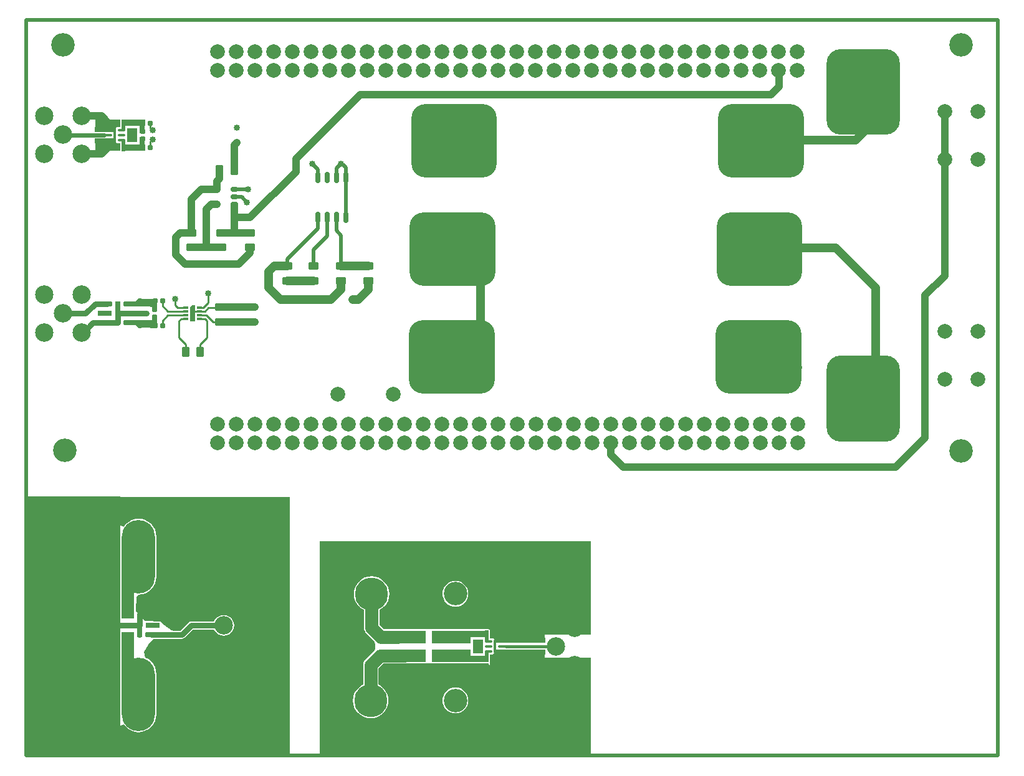
<source format=gtl>
G04*
G04 #@! TF.GenerationSoftware,Altium Limited,Altium Designer,19.0.10 (269)*
G04*
G04 Layer_Physical_Order=1*
G04 Layer_Color=255*
%FSLAX44Y44*%
%MOMM*%
G71*
G01*
G75*
%ADD10C,0.2540*%
%ADD14C,0.5080*%
G04:AMPARAMS|DCode=16|XSize=0.6mm|YSize=1mm|CornerRadius=0.15mm|HoleSize=0mm|Usage=FLASHONLY|Rotation=270.000|XOffset=0mm|YOffset=0mm|HoleType=Round|Shape=RoundedRectangle|*
%AMROUNDEDRECTD16*
21,1,0.6000,0.7000,0,0,270.0*
21,1,0.3000,1.0000,0,0,270.0*
1,1,0.3000,-0.3500,-0.1500*
1,1,0.3000,-0.3500,0.1500*
1,1,0.3000,0.3500,0.1500*
1,1,0.3000,0.3500,-0.1500*
%
%ADD16ROUNDEDRECTD16*%
G04:AMPARAMS|DCode=17|XSize=1.1mm|YSize=1.35mm|CornerRadius=0.1375mm|HoleSize=0mm|Usage=FLASHONLY|Rotation=90.000|XOffset=0mm|YOffset=0mm|HoleType=Round|Shape=RoundedRectangle|*
%AMROUNDEDRECTD17*
21,1,1.1000,1.0750,0,0,90.0*
21,1,0.8250,1.3500,0,0,90.0*
1,1,0.2750,0.5375,0.4125*
1,1,0.2750,0.5375,-0.4125*
1,1,0.2750,-0.5375,-0.4125*
1,1,0.2750,-0.5375,0.4125*
%
%ADD17ROUNDEDRECTD17*%
G04:AMPARAMS|DCode=18|XSize=0.6mm|YSize=1.45mm|CornerRadius=0.15mm|HoleSize=0mm|Usage=FLASHONLY|Rotation=180.000|XOffset=0mm|YOffset=0mm|HoleType=Round|Shape=RoundedRectangle|*
%AMROUNDEDRECTD18*
21,1,0.6000,1.1500,0,0,180.0*
21,1,0.3000,1.4500,0,0,180.0*
1,1,0.3000,-0.1500,0.5750*
1,1,0.3000,0.1500,0.5750*
1,1,0.3000,0.1500,-0.5750*
1,1,0.3000,-0.1500,-0.5750*
%
%ADD18ROUNDEDRECTD18*%
G04:AMPARAMS|DCode=19|XSize=0.76mm|YSize=1.65mm|CornerRadius=0.19mm|HoleSize=0mm|Usage=FLASHONLY|Rotation=90.000|XOffset=0mm|YOffset=0mm|HoleType=Round|Shape=RoundedRectangle|*
%AMROUNDEDRECTD19*
21,1,0.7600,1.2700,0,0,90.0*
21,1,0.3800,1.6500,0,0,90.0*
1,1,0.3800,0.6350,0.1900*
1,1,0.3800,0.6350,-0.1900*
1,1,0.3800,-0.6350,-0.1900*
1,1,0.3800,-0.6350,0.1900*
%
%ADD19ROUNDEDRECTD19*%
G04:AMPARAMS|DCode=20|XSize=0.36mm|YSize=1mm|CornerRadius=0.09mm|HoleSize=0mm|Usage=FLASHONLY|Rotation=270.000|XOffset=0mm|YOffset=0mm|HoleType=Round|Shape=RoundedRectangle|*
%AMROUNDEDRECTD20*
21,1,0.3600,0.8200,0,0,270.0*
21,1,0.1800,1.0000,0,0,270.0*
1,1,0.1800,-0.4100,-0.0900*
1,1,0.1800,-0.4100,0.0900*
1,1,0.1800,0.4100,0.0900*
1,1,0.1800,0.4100,-0.0900*
%
%ADD20ROUNDEDRECTD20*%
G04:AMPARAMS|DCode=21|XSize=1.1mm|YSize=1.35mm|CornerRadius=0.1375mm|HoleSize=0mm|Usage=FLASHONLY|Rotation=0.000|XOffset=0mm|YOffset=0mm|HoleType=Round|Shape=RoundedRectangle|*
%AMROUNDEDRECTD21*
21,1,1.1000,1.0750,0,0,0.0*
21,1,0.8250,1.3500,0,0,0.0*
1,1,0.2750,0.4125,-0.5375*
1,1,0.2750,-0.4125,-0.5375*
1,1,0.2750,-0.4125,0.5375*
1,1,0.2750,0.4125,0.5375*
%
%ADD21ROUNDEDRECTD21*%
G04:AMPARAMS|DCode=22|XSize=0.6mm|YSize=0.6mm|CornerRadius=0.075mm|HoleSize=0mm|Usage=FLASHONLY|Rotation=90.000|XOffset=0mm|YOffset=0mm|HoleType=Round|Shape=RoundedRectangle|*
%AMROUNDEDRECTD22*
21,1,0.6000,0.4500,0,0,90.0*
21,1,0.4500,0.6000,0,0,90.0*
1,1,0.1500,0.2250,0.2250*
1,1,0.1500,0.2250,-0.2250*
1,1,0.1500,-0.2250,-0.2250*
1,1,0.1500,-0.2250,0.2250*
%
%ADD22ROUNDEDRECTD22*%
G04:AMPARAMS|DCode=23|XSize=0.6mm|YSize=0.6mm|CornerRadius=0.075mm|HoleSize=0mm|Usage=FLASHONLY|Rotation=180.000|XOffset=0mm|YOffset=0mm|HoleType=Round|Shape=RoundedRectangle|*
%AMROUNDEDRECTD23*
21,1,0.6000,0.4500,0,0,180.0*
21,1,0.4500,0.6000,0,0,180.0*
1,1,0.1500,-0.2250,0.2250*
1,1,0.1500,0.2250,0.2250*
1,1,0.1500,0.2250,-0.2250*
1,1,0.1500,-0.2250,-0.2250*
%
%ADD23ROUNDEDRECTD23*%
G04:AMPARAMS|DCode=24|XSize=2mm|YSize=0.6mm|CornerRadius=0.225mm|HoleSize=0mm|Usage=FLASHONLY|Rotation=270.000|XOffset=0mm|YOffset=0mm|HoleType=Round|Shape=RoundedRectangle|*
%AMROUNDEDRECTD24*
21,1,2.0000,0.1500,0,0,270.0*
21,1,1.5500,0.6000,0,0,270.0*
1,1,0.4500,-0.0750,-0.7750*
1,1,0.4500,-0.0750,0.7750*
1,1,0.4500,0.0750,0.7750*
1,1,0.4500,0.0750,-0.7750*
%
%ADD24ROUNDEDRECTD24*%
G04:AMPARAMS|DCode=25|XSize=0.75mm|YSize=0.3mm|CornerRadius=0.075mm|HoleSize=0mm|Usage=FLASHONLY|Rotation=180.000|XOffset=0mm|YOffset=0mm|HoleType=Round|Shape=RoundedRectangle|*
%AMROUNDEDRECTD25*
21,1,0.7500,0.1500,0,0,180.0*
21,1,0.6000,0.3000,0,0,180.0*
1,1,0.1500,-0.3000,0.0750*
1,1,0.1500,0.3000,0.0750*
1,1,0.1500,0.3000,-0.0750*
1,1,0.1500,-0.3000,-0.0750*
%
%ADD25ROUNDEDRECTD25*%
%ADD26O,4.5000X10.0000*%
%ADD27C,3.2000*%
%ADD28C,2.5000*%
%ADD29C,2.0000*%
G04:AMPARAMS|DCode=30|XSize=8mm|YSize=10mm|CornerRadius=2mm|HoleSize=0mm|Usage=FLASHONLY|Rotation=180.000|XOffset=0mm|YOffset=0mm|HoleType=Round|Shape=RoundedRectangle|*
%AMROUNDEDRECTD30*
21,1,8.0000,6.0000,0,0,180.0*
21,1,4.0000,10.0000,0,0,180.0*
1,1,4.0000,-2.0000,3.0000*
1,1,4.0000,2.0000,3.0000*
1,1,4.0000,2.0000,-3.0000*
1,1,4.0000,-2.0000,-3.0000*
%
%ADD30ROUNDEDRECTD30*%
G04:AMPARAMS|DCode=31|XSize=8mm|YSize=10mm|CornerRadius=2mm|HoleSize=0mm|Usage=FLASHONLY|Rotation=90.000|XOffset=0mm|YOffset=0mm|HoleType=Round|Shape=RoundedRectangle|*
%AMROUNDEDRECTD31*
21,1,8.0000,6.0000,0,0,90.0*
21,1,4.0000,10.0000,0,0,90.0*
1,1,4.0000,3.0000,2.0000*
1,1,4.0000,3.0000,-2.0000*
1,1,4.0000,-3.0000,-2.0000*
1,1,4.0000,-3.0000,2.0000*
%
%ADD31ROUNDEDRECTD31*%
%ADD32C,4.5000*%
%ADD33C,0.8000*%
%ADD34C,0.7000*%
%ADD35C,0.8500*%
%ADD36C,1.0160*%
%ADD37C,0.7620*%
%ADD38C,1.1430*%
%ADD39C,1.0998*%
%ADD40C,1.7780*%
%ADD41C,0.4572*%
%ADD42C,0.6110*%
%ADD43C,0.3600*%
%ADD44R,12.8000X35.2000*%
%ADD45R,1.6560X6.4540*%
%ADD46R,1.6510X5.8550*%
%ADD47R,0.8000X1.8000*%
%ADD48R,1.9000X1.1000*%
%ADD49R,1.9500X0.7400*%
%ADD50R,0.7700X3.3100*%
%ADD51R,0.7500X1.9680*%
%ADD52R,0.5080X1.5000*%
%ADD53R,0.5080X1.5450*%
%ADD54R,0.3048X1.6764*%
%ADD55R,2.9056X0.6560*%
%ADD56R,2.9056X0.6350*%
%ADD57R,3.4796X1.0644*%
%ADD58R,3.4796X1.0692*%
%ADD59R,1.4224X1.9050*%
%ADD60R,3.1006X0.9120*%
%ADD61R,3.1768X0.9120*%
%ADD62R,1.9812X0.9374*%
%ADD63R,1.7526X1.1430*%
%ADD64R,3.6322X0.9120*%
%ADD65R,13.7296X12.7516*%
%ADD66R,13.7296X13.0176*%
%ADD67R,7.5296X1.2692*%
%ADD68R,7.5296X1.0644*%
%ADD69R,6.9556X0.6350*%
%ADD70R,0.5080X1.4990*%
%ADD71R,3.8100X1.7780*%
G36*
X156500Y-386500D02*
X153500Y-389500D01*
X144500D01*
X147420Y-382106D01*
X148894D01*
X152500Y-378500D01*
X156500D01*
Y-386500D01*
D02*
G37*
G36*
X229500Y-388000D02*
X229500Y-409000D01*
X229000Y-409500D01*
X223000Y-409500D01*
X222500Y-409000D01*
X222500Y-390000D01*
X225000Y-387500D01*
X229000D01*
X229500Y-388000D01*
D02*
G37*
G36*
X156500Y-410500D02*
Y-418500D01*
X152500D01*
X148894Y-414894D01*
X147420D01*
X144500Y-407500D01*
X153500D01*
X156500Y-410500D01*
D02*
G37*
G36*
X668376Y-708440D02*
Y-828152D01*
X629704D01*
X628892Y-828489D01*
X628080Y-828152D01*
X553761D01*
X550526Y-828152D01*
X546620D01*
X542810D01*
X539479Y-828152D01*
X504710D01*
X504628Y-828186D01*
X486161D01*
X479630Y-821655D01*
Y-801858D01*
X482548Y-800298D01*
X486203Y-797299D01*
X489202Y-793644D01*
X491430Y-789475D01*
X492803Y-784951D01*
X493266Y-780246D01*
X492803Y-775541D01*
X491430Y-771017D01*
X489202Y-766848D01*
X486203Y-763193D01*
X482548Y-760194D01*
X478379Y-757966D01*
X473855Y-756593D01*
X469150Y-756130D01*
X464445Y-756593D01*
X459921Y-757966D01*
X455752Y-760194D01*
X452097Y-763193D01*
X449098Y-766848D01*
X446870Y-771017D01*
X445497Y-775541D01*
X445034Y-780246D01*
X445497Y-784951D01*
X446870Y-789475D01*
X449098Y-793644D01*
X452097Y-797299D01*
X455752Y-800298D01*
X458670Y-801858D01*
Y-825996D01*
X459027Y-828708D01*
X459461Y-829755D01*
X460074Y-831236D01*
X461740Y-833406D01*
X473402Y-845069D01*
X473522Y-845374D01*
X474259Y-848816D01*
X473904Y-855267D01*
X473410Y-856656D01*
X473410Y-856656D01*
X460740Y-869326D01*
X459074Y-871496D01*
X458027Y-874024D01*
X457670Y-876736D01*
Y-903270D01*
X454482Y-904974D01*
X450827Y-907973D01*
X447828Y-911628D01*
X445600Y-915797D01*
X444227Y-920321D01*
X443764Y-925026D01*
X444227Y-929731D01*
X445600Y-934255D01*
X447828Y-938424D01*
X450827Y-942079D01*
X454482Y-945078D01*
X458651Y-947306D01*
X463175Y-948679D01*
X467880Y-949142D01*
X472585Y-948679D01*
X477109Y-947306D01*
X481278Y-945078D01*
X484933Y-942079D01*
X487932Y-938424D01*
X490160Y-934255D01*
X491533Y-929731D01*
X491996Y-925026D01*
X491533Y-920321D01*
X490160Y-915797D01*
X487932Y-911628D01*
X484933Y-907973D01*
X481278Y-904974D01*
X478630Y-903559D01*
Y-881077D01*
X485161Y-874546D01*
X504628D01*
X504710Y-874580D01*
X539479D01*
X542714Y-874580D01*
X546620D01*
X550430D01*
X553761Y-874580D01*
X588530D01*
X588588Y-874556D01*
X622942D01*
X623000Y-874580D01*
X628080D01*
Y-874956D01*
X628555Y-876104D01*
X629704Y-876580D01*
X660376D01*
Y-997132D01*
X398814D01*
Y-864366D01*
Y-708440D01*
X658376Y-708440D01*
X668376Y-708440D01*
D02*
G37*
G36*
X358000Y-997451D02*
X111500D01*
Y-965765D01*
X113827Y-964367D01*
X132558Y-957274D01*
X135557Y-960929D01*
X139212Y-963928D01*
X143381Y-966156D01*
X147905Y-967529D01*
X152610Y-967992D01*
X157315Y-967529D01*
X161839Y-966156D01*
X166008Y-963928D01*
X169663Y-960929D01*
X172662Y-957274D01*
X174890Y-953105D01*
X176263Y-948581D01*
X176726Y-943876D01*
Y-888876D01*
X176263Y-884171D01*
X174890Y-879647D01*
X172662Y-875478D01*
X169663Y-871823D01*
X166008Y-868824D01*
X161839Y-866596D01*
X159941Y-859374D01*
X165452Y-849352D01*
X172743Y-841070D01*
X179119D01*
Y-841070D01*
X184054D01*
X190796D01*
X201003D01*
X211270Y-841070D01*
X211270Y-841070D01*
X213342Y-840658D01*
X215098Y-839484D01*
X218090Y-836493D01*
X225953Y-828630D01*
X229066Y-828370D01*
X236082Y-828370D01*
X250436D01*
X254116D01*
X255892Y-829924D01*
X258241Y-832941D01*
X258241Y-832941D01*
X261166Y-835185D01*
X261166Y-835185D01*
X261166Y-835185D01*
X264571Y-836596D01*
X268226Y-837077D01*
X271881Y-836596D01*
X271881Y-836596D01*
X275286Y-835185D01*
X275286D01*
X278211Y-832941D01*
X278211Y-832941D01*
X280455Y-830016D01*
Y-830016D01*
X281866Y-826611D01*
X281866Y-826611D01*
X282347Y-822956D01*
X281866Y-819301D01*
X281866Y-819301D01*
X280455Y-815896D01*
Y-815896D01*
X278211Y-812971D01*
X278211D01*
X275286Y-810727D01*
X275286D01*
X271881Y-809316D01*
X271881Y-809316D01*
X268226Y-808835D01*
X264571Y-809316D01*
X261166Y-810727D01*
X261166Y-810727D01*
X261166Y-810727D01*
X258241Y-812971D01*
X258241Y-812971D01*
X255923Y-815961D01*
X254116Y-817542D01*
X249935D01*
X235084D01*
X227327D01*
X223970Y-817542D01*
X221898Y-817954D01*
X220142Y-819128D01*
X217150Y-822119D01*
X209287Y-829982D01*
X206174Y-830242D01*
X201571D01*
X196865Y-829303D01*
X188177Y-822902D01*
X182618Y-818008D01*
X181470Y-817532D01*
X180600D01*
X166138Y-816743D01*
X161172Y-816460D01*
X160907Y-816434D01*
X149285Y-802953D01*
X149679Y-783789D01*
X152610Y-781132D01*
X157315Y-780669D01*
X161839Y-779296D01*
X166008Y-777068D01*
X169663Y-774069D01*
X172662Y-770414D01*
X174890Y-766245D01*
X176263Y-761721D01*
X176726Y-757016D01*
Y-702016D01*
X176263Y-697311D01*
X174890Y-692787D01*
X172662Y-688618D01*
X169663Y-684963D01*
X166008Y-681964D01*
X161839Y-679736D01*
X157315Y-678363D01*
X152610Y-677900D01*
X147905Y-678363D01*
X143381Y-679736D01*
X139212Y-681964D01*
X135557Y-684963D01*
X132558Y-688618D01*
X113827Y-681525D01*
X111500Y-680127D01*
Y-648000D01*
X358000Y-648000D01*
Y-997451D01*
D02*
G37*
%LPC*%
G36*
X582999Y-762372D02*
X579569Y-762710D01*
X576270Y-763711D01*
X573230Y-765336D01*
X570565Y-767523D01*
X568378Y-770187D01*
X566753Y-773227D01*
X565752Y-776526D01*
X565415Y-779957D01*
X565752Y-783387D01*
X566753Y-786686D01*
X568378Y-789726D01*
X570565Y-792391D01*
X573230Y-794578D01*
X576270Y-796203D01*
X579569Y-797204D01*
X582999Y-797542D01*
X586430Y-797204D01*
X589729Y-796203D01*
X592769Y-794578D01*
X595433Y-792391D01*
X597620Y-789726D01*
X599245Y-786686D01*
X600246Y-783387D01*
X600584Y-779957D01*
X600246Y-776526D01*
X599245Y-773227D01*
X597620Y-770187D01*
X595433Y-767523D01*
X592769Y-765336D01*
X589729Y-763711D01*
X586430Y-762710D01*
X582999Y-762372D01*
D02*
G37*
G36*
X583000Y-907371D02*
X579569Y-907709D01*
X576271Y-908710D01*
X573231Y-910335D01*
X570566Y-912522D01*
X568379Y-915186D01*
X566754Y-918227D01*
X565753Y-921525D01*
X565415Y-924956D01*
X565753Y-928387D01*
X566754Y-931685D01*
X568379Y-934725D01*
X570566Y-937390D01*
X573231Y-939577D01*
X576271Y-941202D01*
X579569Y-942203D01*
X583000Y-942541D01*
X586431Y-942203D01*
X589729Y-941202D01*
X592770Y-939577D01*
X595434Y-937390D01*
X597621Y-934725D01*
X599246Y-931685D01*
X600247Y-928387D01*
X600585Y-924956D01*
X600247Y-921525D01*
X599246Y-918227D01*
X597621Y-915186D01*
X595434Y-912522D01*
X592770Y-910335D01*
X589729Y-908710D01*
X586431Y-907709D01*
X583000Y-907371D01*
D02*
G37*
%LPD*%
D10*
X247060Y-384540D02*
Y-371200D01*
X240600Y-391000D02*
X247060Y-384540D01*
X235500Y-391000D02*
X240600D01*
X140500Y-385800D02*
X142300Y-384000D01*
X169100D01*
X105500Y-156410D02*
X105590Y-156500D01*
X111500D01*
X202000Y-387500D02*
X205500Y-391000D01*
X202000Y-387500D02*
Y-379000D01*
X171000Y-150000D02*
X172000D01*
X167995Y-165505D02*
X171000Y-162500D01*
X167995Y-172500D02*
Y-165505D01*
Y-146995D02*
Y-140000D01*
Y-146995D02*
X171000Y-150000D01*
X184995Y-415500D02*
Y-408505D01*
X192500Y-401000D01*
X192499Y-395999D02*
X218501D01*
X185000Y-388500D02*
X192499Y-395999D01*
X192500Y-401000D02*
X216500D01*
X185000Y-388500D02*
Y-381500D01*
X205500Y-391000D02*
X216500D01*
X263001Y-390999D02*
X263500Y-390500D01*
X247501Y-390999D02*
X263001D01*
X225999Y-398501D02*
X228500Y-396000D01*
X235500D01*
X254000Y-410500D02*
X263500D01*
X244499Y-400999D02*
X254000Y-410500D01*
X237501Y-395999D02*
X242501D01*
X247501Y-390999D01*
X237501Y-400999D02*
X244499D01*
X237501Y-405999D02*
X242501D01*
X245501Y-408999D01*
Y-431999D02*
Y-408999D01*
X207601Y-431999D02*
Y-408999D01*
X210601Y-405999D01*
X215601D01*
X216501Y-450999D02*
Y-440899D01*
X207601Y-431999D02*
X216501Y-440899D01*
X236501Y-450999D02*
Y-440999D01*
X245501Y-431999D01*
X580910Y-841366D02*
X583610Y-838666D01*
X509630D02*
X512330Y-841366D01*
D14*
X390000Y-334500D02*
Y-312550D01*
X408650Y-293900D01*
Y-268250D01*
X167900Y-411200D02*
X169600Y-412900D01*
X140500Y-411200D02*
X167900D01*
X427500Y-196500D02*
X430000D01*
X434050Y-268250D02*
Y-213750D01*
X388500Y-195500D02*
X395950Y-202950D01*
Y-213750D02*
Y-202950D01*
X421350Y-201150D02*
X427500Y-195000D01*
X434050Y-213750D02*
Y-200550D01*
X430000Y-196500D02*
X434050Y-200550D01*
X421350Y-213750D02*
Y-201150D01*
X292500Y-240500D02*
X299500Y-247500D01*
X283000Y-230500D02*
X301500D01*
X421350Y-286350D02*
Y-268250D01*
Y-286350D02*
X427700Y-292700D01*
X354650Y-334500D02*
Y-324850D01*
X395950Y-283550D01*
Y-268250D01*
X427700Y-334500D02*
Y-292700D01*
X283000Y-240500D02*
X292500D01*
X0Y-1000000D02*
X1320000D01*
Y0D01*
X0D02*
X1320000D01*
X0Y-1000000D02*
Y0D01*
D16*
X259000Y-230500D02*
D03*
X283000D02*
D03*
Y-240500D02*
D03*
Y-250500D02*
D03*
X259000D02*
D03*
D17*
X303500Y-289000D02*
D03*
Y-309000D02*
D03*
X265000D02*
D03*
Y-289000D02*
D03*
X354650Y-334500D02*
D03*
Y-354500D02*
D03*
X465000D02*
D03*
Y-334500D02*
D03*
X427700D02*
D03*
Y-354500D02*
D03*
X263500Y-410500D02*
D03*
Y-390500D02*
D03*
X292500Y-410500D02*
D03*
Y-390500D02*
D03*
X224500Y-309000D02*
D03*
Y-289000D02*
D03*
X390000Y-354500D02*
D03*
Y-334500D02*
D03*
X580910Y-861366D02*
D03*
Y-841366D02*
D03*
X512330Y-861366D02*
D03*
Y-841366D02*
D03*
D18*
X434050Y-213750D02*
D03*
X421350D02*
D03*
X408650D02*
D03*
X395950D02*
D03*
X434050Y-268250D02*
D03*
X421350D02*
D03*
X408650D02*
D03*
X395950D02*
D03*
D19*
X108500Y-411200D02*
D03*
Y-385800D02*
D03*
X140500D02*
D03*
Y-411200D02*
D03*
Y-398500D02*
D03*
X138270Y-822956D02*
D03*
Y-810256D02*
D03*
Y-835656D02*
D03*
X170270D02*
D03*
Y-810256D02*
D03*
D20*
X129500Y-156500D02*
D03*
Y-163100D02*
D03*
Y-149900D02*
D03*
X111500D02*
D03*
Y-163100D02*
D03*
Y-156500D02*
D03*
X628000Y-851366D02*
D03*
Y-844766D02*
D03*
Y-857966D02*
D03*
X646000D02*
D03*
Y-844766D02*
D03*
Y-851366D02*
D03*
D21*
X282500Y-203500D02*
D03*
X262500D02*
D03*
X216500Y-451500D02*
D03*
X236500D02*
D03*
X536620Y-837396D02*
D03*
X556620D02*
D03*
X536620Y-865336D02*
D03*
X556620D02*
D03*
D22*
X158000Y-151504D02*
D03*
X158000Y-161499D02*
D03*
X174500Y-403500D02*
D03*
X174500Y-393505D02*
D03*
D23*
X167995Y-173500D02*
D03*
X158000Y-173500D02*
D03*
X167995Y-140000D02*
D03*
X158000Y-140000D02*
D03*
X185000Y-381500D02*
D03*
X175005Y-381500D02*
D03*
X184995Y-415500D02*
D03*
X175000Y-415500D02*
D03*
D24*
X225999Y-398501D02*
D03*
D25*
X216500Y-391000D02*
D03*
Y-396000D02*
D03*
Y-401000D02*
D03*
Y-406000D02*
D03*
X235500D02*
D03*
Y-401000D02*
D03*
Y-396000D02*
D03*
Y-391000D02*
D03*
D26*
X152610Y-729516D02*
D03*
Y-916376D02*
D03*
D27*
X583000Y-924956D02*
D03*
X582999Y-779957D02*
D03*
X1269999Y-34001D02*
D03*
X1270000Y-586001D02*
D03*
X52070Y-584710D02*
D03*
X49999Y-34001D02*
D03*
D28*
X75500Y-373500D02*
D03*
Y-424500D02*
D03*
X24500Y-373500D02*
D03*
Y-424500D02*
D03*
X50000Y-399000D02*
D03*
X75500Y-130500D02*
D03*
Y-181500D02*
D03*
X24500Y-130500D02*
D03*
Y-181500D02*
D03*
X50000Y-156000D02*
D03*
X293726Y-797456D02*
D03*
Y-848456D02*
D03*
X242726Y-797456D02*
D03*
Y-848456D02*
D03*
X268226Y-822956D02*
D03*
X744930Y-825866D02*
D03*
Y-876866D02*
D03*
X693930Y-825866D02*
D03*
Y-876866D02*
D03*
X719430Y-851366D02*
D03*
D29*
X1292500Y-124500D02*
D03*
X1247500D02*
D03*
X1292500Y-189500D02*
D03*
X1247500D02*
D03*
X1292500Y-423500D02*
D03*
X1247500D02*
D03*
X1292500Y-488500D02*
D03*
X1247500D02*
D03*
X498500Y-509000D02*
D03*
X423500D02*
D03*
X539399Y-549300D02*
D03*
X513999D02*
D03*
X564799D02*
D03*
X590199D02*
D03*
X640999D02*
D03*
X615599D02*
D03*
X463199Y-574700D02*
D03*
X488599D02*
D03*
X437799D02*
D03*
X412399D02*
D03*
X336199D02*
D03*
X361599D02*
D03*
X259999D02*
D03*
X285399Y-574700D02*
D03*
X310799Y-574700D02*
D03*
X386999D02*
D03*
X539399D02*
D03*
X513999D02*
D03*
X564799D02*
D03*
X590199D02*
D03*
X640999D02*
D03*
X615599D02*
D03*
X386999Y-549300D02*
D03*
X310799D02*
D03*
X285399Y-549300D02*
D03*
X259999Y-549300D02*
D03*
X361599D02*
D03*
X336199D02*
D03*
X412399D02*
D03*
X437799D02*
D03*
X488599D02*
D03*
X463199D02*
D03*
X539284Y-43300D02*
D03*
X513884D02*
D03*
X564684D02*
D03*
X590084D02*
D03*
X640884D02*
D03*
X615484D02*
D03*
X463084Y-68700D02*
D03*
X488484D02*
D03*
X437684D02*
D03*
X412284D02*
D03*
X336084D02*
D03*
X361484D02*
D03*
X259884D02*
D03*
X285284Y-68700D02*
D03*
X310684Y-68700D02*
D03*
X386884D02*
D03*
X539284D02*
D03*
X513884D02*
D03*
X564684D02*
D03*
X590084D02*
D03*
X640884D02*
D03*
X615484D02*
D03*
X386884Y-43300D02*
D03*
X310684D02*
D03*
X285284Y-43300D02*
D03*
X259884Y-43300D02*
D03*
X361484D02*
D03*
X336084D02*
D03*
X412284D02*
D03*
X437684D02*
D03*
X488484D02*
D03*
X463084D02*
D03*
X945684D02*
D03*
X920284D02*
D03*
X971084D02*
D03*
X996484D02*
D03*
X1047284D02*
D03*
X1021884D02*
D03*
X869484Y-68700D02*
D03*
X894884D02*
D03*
X844084D02*
D03*
X818684D02*
D03*
X742484D02*
D03*
X767884D02*
D03*
X666284D02*
D03*
X691684Y-68700D02*
D03*
X717084Y-68700D02*
D03*
X793284D02*
D03*
X945684D02*
D03*
X920284D02*
D03*
X971084D02*
D03*
X996484D02*
D03*
X1047284D02*
D03*
X1021884D02*
D03*
X793284Y-43300D02*
D03*
X717084D02*
D03*
X691684Y-43300D02*
D03*
X666284Y-43300D02*
D03*
X767884D02*
D03*
X742484D02*
D03*
X818684D02*
D03*
X844084D02*
D03*
X894884D02*
D03*
X869484D02*
D03*
X946149Y-549300D02*
D03*
X920749D02*
D03*
X971549D02*
D03*
X996949D02*
D03*
X1047749D02*
D03*
X1022349D02*
D03*
X869949Y-574700D02*
D03*
X895349D02*
D03*
X844549D02*
D03*
X819149D02*
D03*
X742949D02*
D03*
X768349D02*
D03*
X666749D02*
D03*
X692149Y-574700D02*
D03*
X717549Y-574700D02*
D03*
X793749D02*
D03*
X946149D02*
D03*
X920749D02*
D03*
X971549D02*
D03*
X996949D02*
D03*
X1047749D02*
D03*
X1022349D02*
D03*
X793749Y-549300D02*
D03*
X717549D02*
D03*
X692149Y-549300D02*
D03*
X666749Y-549300D02*
D03*
X768349D02*
D03*
X742949D02*
D03*
X819149D02*
D03*
X844549D02*
D03*
X895349D02*
D03*
X869949D02*
D03*
D30*
X599500Y-164000D02*
D03*
X562500D02*
D03*
X979500D02*
D03*
X1016500D02*
D03*
X1013500Y-458000D02*
D03*
X976500D02*
D03*
X559500D02*
D03*
X596500D02*
D03*
X560500Y-311000D02*
D03*
X597500D02*
D03*
X1014500D02*
D03*
X977500D02*
D03*
D31*
X1137000Y-533000D02*
D03*
Y-496000D02*
D03*
Y-79000D02*
D03*
Y-116000D02*
D03*
D32*
X469150Y-780246D02*
D03*
X467880Y-925026D02*
D03*
D33*
X71000Y-779000D02*
D03*
X608500Y-904000D02*
D03*
X271000Y-979000D02*
D03*
X671000D02*
D03*
X33500Y-704000D02*
D03*
X221000Y-929000D02*
D03*
X308500Y-904000D02*
D03*
X83500Y-954000D02*
D03*
X733500Y-804000D02*
D03*
X96000Y-979000D02*
D03*
X283500Y-704000D02*
D03*
X433500Y-854000D02*
D03*
X521000Y-979000D02*
D03*
X71000Y-729000D02*
D03*
X296000Y-779000D02*
D03*
X333500Y-904000D02*
D03*
X683500Y-754000D02*
D03*
X433500Y-904000D02*
D03*
X333500Y-854000D02*
D03*
X633500Y-804000D02*
D03*
X121000Y-679000D02*
D03*
X258500Y-954000D02*
D03*
X721000Y-979000D02*
D03*
X33500Y-754000D02*
D03*
X408500Y-904000D02*
D03*
X71000Y-929000D02*
D03*
X171000Y-779000D02*
D03*
X346000Y-929000D02*
D03*
X433500Y-804000D02*
D03*
X96000Y-929000D02*
D03*
X446000Y-979000D02*
D03*
X308500Y-704000D02*
D03*
X58500Y-804000D02*
D03*
X608500Y-954000D02*
D03*
X271000Y-779000D02*
D03*
X346000Y-879000D02*
D03*
X308500Y-954000D02*
D03*
X83500Y-854000D02*
D03*
X208500Y-904000D02*
D03*
X633500Y-954000D02*
D03*
X21000Y-779000D02*
D03*
X208500Y-754000D02*
D03*
X646000Y-929000D02*
D03*
X558500Y-954000D02*
D03*
X421000Y-879000D02*
D03*
X758500Y-804000D02*
D03*
Y-754000D02*
D03*
X146000Y-979000D02*
D03*
X171000D02*
D03*
X433500Y-954000D02*
D03*
X421000Y-929000D02*
D03*
X471000Y-979000D02*
D03*
X658500Y-954000D02*
D03*
X708500Y-904000D02*
D03*
X21000Y-979000D02*
D03*
X708500Y-754000D02*
D03*
X96000Y-829000D02*
D03*
X271000Y-879000D02*
D03*
X196000Y-679000D02*
D03*
X233500Y-954000D02*
D03*
X746000Y-929000D02*
D03*
X521000Y-729000D02*
D03*
X196000Y-979000D02*
D03*
X483500Y-954000D02*
D03*
X221000Y-979000D02*
D03*
X408500Y-854000D02*
D03*
X533500Y-904000D02*
D03*
X546000Y-779000D02*
D03*
X83500Y-754000D02*
D03*
X283500Y-904000D02*
D03*
X333500Y-804000D02*
D03*
X233500Y-904000D02*
D03*
X296000Y-829000D02*
D03*
X521000Y-779000D02*
D03*
X733500Y-954000D02*
D03*
X208500Y-804000D02*
D03*
X721000Y-729000D02*
D03*
X758500Y-904000D02*
D03*
X183500Y-954000D02*
D03*
X71000Y-679000D02*
D03*
X221000Y-879000D02*
D03*
X408500Y-954000D02*
D03*
X183500Y-704000D02*
D03*
X208500Y-954000D02*
D03*
X183500Y-904000D02*
D03*
X171000Y-679000D02*
D03*
X321000Y-829000D02*
D03*
X33500Y-854000D02*
D03*
X96000Y-729000D02*
D03*
X183500Y-854000D02*
D03*
X408500Y-754000D02*
D03*
X283500D02*
D03*
X721000Y-929000D02*
D03*
X433500Y-754000D02*
D03*
X108500Y-954000D02*
D03*
X21000Y-879000D02*
D03*
X96000Y-679000D02*
D03*
X296000Y-929000D02*
D03*
X108500Y-754000D02*
D03*
X121000Y-879000D02*
D03*
X221000Y-679000D02*
D03*
X58500Y-854000D02*
D03*
X46000Y-879000D02*
D03*
X208500Y-854000D02*
D03*
X33500Y-904000D02*
D03*
X246000Y-929000D02*
D03*
X46000Y-679000D02*
D03*
X533500Y-754000D02*
D03*
X321000Y-679000D02*
D03*
X621000Y-929000D02*
D03*
X346000Y-679000D02*
D03*
X333500Y-954000D02*
D03*
X96000Y-779000D02*
D03*
X683500Y-904000D02*
D03*
X71000Y-829000D02*
D03*
X346000D02*
D03*
X108500Y-904000D02*
D03*
X658500D02*
D03*
X83500Y-804000D02*
D03*
X733500Y-754000D02*
D03*
X496000Y-979000D02*
D03*
X321000Y-929000D02*
D03*
X308500Y-754000D02*
D03*
X46000Y-729000D02*
D03*
X546000D02*
D03*
X258500Y-904000D02*
D03*
X183500Y-754000D02*
D03*
X458500Y-954000D02*
D03*
X21000Y-829000D02*
D03*
X121000Y-729000D02*
D03*
X346000Y-779000D02*
D03*
X683500Y-954000D02*
D03*
X546000Y-979000D02*
D03*
X71000Y-879000D02*
D03*
X671000Y-929000D02*
D03*
X546000D02*
D03*
X558500Y-904000D02*
D03*
X421000Y-729000D02*
D03*
X33500Y-954000D02*
D03*
X108500Y-804000D02*
D03*
X246000Y-679000D02*
D03*
X283500Y-954000D02*
D03*
X46000Y-979000D02*
D03*
X758500Y-954000D02*
D03*
X83500Y-704000D02*
D03*
X696000Y-979000D02*
D03*
X271000Y-929000D02*
D03*
X408500Y-804000D02*
D03*
X508500Y-904000D02*
D03*
X658500Y-804000D02*
D03*
X58500Y-904000D02*
D03*
X508500Y-954000D02*
D03*
X621000Y-979000D02*
D03*
X746000Y-729000D02*
D03*
X121000Y-979000D02*
D03*
X321000D02*
D03*
X421000Y-829000D02*
D03*
X58500Y-704000D02*
D03*
X646000Y-979000D02*
D03*
X496000Y-729000D02*
D03*
X46000Y-779000D02*
D03*
X21000Y-679000D02*
D03*
X296000Y-979000D02*
D03*
X196000Y-779000D02*
D03*
X508500Y-754000D02*
D03*
X296000Y-679000D02*
D03*
X421000Y-979000D02*
D03*
X296000Y-879000D02*
D03*
X246000D02*
D03*
X708500Y-954000D02*
D03*
X533500D02*
D03*
X333500Y-704000D02*
D03*
X121000Y-929000D02*
D03*
X271000Y-679000D02*
D03*
X46000Y-929000D02*
D03*
X696000D02*
D03*
X33500Y-804000D02*
D03*
X58500Y-754000D02*
D03*
X458500Y-854000D02*
D03*
X46000Y-829000D02*
D03*
X446000D02*
D03*
X21000Y-729000D02*
D03*
X696000D02*
D03*
X108500Y-854000D02*
D03*
X421000Y-779000D02*
D03*
X96000Y-879000D02*
D03*
X633500Y-904000D02*
D03*
X196000Y-929000D02*
D03*
X58500Y-954000D02*
D03*
X521000Y-929000D02*
D03*
X346000Y-979000D02*
D03*
X21000Y-929000D02*
D03*
X83500Y-904000D02*
D03*
X321000Y-779000D02*
D03*
Y-879000D02*
D03*
X333500Y-754000D02*
D03*
X71000Y-979000D02*
D03*
X733500Y-904000D02*
D03*
X746000Y-979000D02*
D03*
X246000D02*
D03*
D34*
X153455Y-398500D02*
D03*
X124380Y-411300D02*
D03*
X93370Y-411210D02*
D03*
X163455Y-398500D02*
D03*
X102500Y-143956D02*
D03*
X119738D02*
D03*
X119770Y-168832D02*
D03*
X102500Y-168848D02*
D03*
X124455Y-398500D02*
D03*
Y-385500D02*
D03*
X144122Y-150560D02*
D03*
Y-162244D02*
D03*
X613378Y-857200D02*
D03*
Y-845516D02*
D03*
X637762Y-838912D02*
D03*
X655000D02*
D03*
Y-863804D02*
D03*
X637730Y-863788D02*
D03*
X115270Y-822956D02*
D03*
X125270D02*
D03*
X154270Y-835956D02*
D03*
Y-822956D02*
D03*
Y-809956D02*
D03*
X186970Y-810256D02*
D03*
D35*
X247060Y-371200D02*
D03*
X443810Y-380000D02*
D03*
X388500Y-195500D02*
D03*
X427500Y-195000D02*
D03*
X299500Y-247500D02*
D03*
X301500Y-230500D02*
D03*
X244499Y-282000D02*
D03*
X373000Y-354500D02*
D03*
X311000Y-410500D02*
D03*
X310800Y-390500D02*
D03*
X285750Y-166500D02*
D03*
X286000Y-146500D02*
D03*
X202000Y-379000D02*
D03*
X172000Y-150000D02*
D03*
Y-162500D02*
D03*
D36*
X1022350Y-90621D02*
Y-75440D01*
X1011471Y-101500D02*
X1022350Y-90621D01*
X454000Y-101500D02*
X1011471D01*
X1247500Y-191000D02*
X1249000Y-189500D01*
X1247500Y-347500D02*
Y-191000D01*
X1221000Y-374000D02*
X1247500Y-347500D01*
Y-189500D02*
Y-124500D01*
X283000Y-268500D02*
X304000D01*
X366500Y-206000D01*
X224500Y-289000D02*
Y-243500D01*
X237500Y-230500D01*
X366500Y-189000D02*
X454000Y-101500D01*
X366500Y-206000D02*
Y-189000D01*
X283000Y-268500D02*
Y-252500D01*
Y-289000D02*
Y-268500D01*
X244499Y-282000D02*
Y-257501D01*
Y-309000D02*
Y-282000D01*
Y-257501D02*
X251500Y-250500D01*
X244499Y-309000D02*
X265000D01*
X224500D02*
X244499D01*
X251500Y-250500D02*
X259000D01*
X282500Y-169750D02*
X285750Y-166500D01*
X282500Y-203500D02*
Y-169750D01*
X237500Y-230500D02*
X259000D01*
X209000Y-289000D02*
X224500D01*
X203000Y-295000D02*
X209000Y-289000D01*
X203000Y-319000D02*
Y-295000D01*
Y-319000D02*
X215500Y-331500D01*
X288500D01*
X303500Y-316500D01*
Y-309000D01*
X224500Y-309000D02*
X224500Y-309000D01*
X262500Y-215500D02*
Y-203500D01*
X259000Y-219000D02*
X262500Y-215500D01*
X259000Y-230500D02*
Y-219000D01*
X283000Y-289000D02*
X303500D01*
X265000D02*
X283000D01*
X292500Y-410500D02*
X311000D01*
X292500Y-390500D02*
X310800D01*
X102500Y-181500D02*
X109000Y-175000D01*
X77500Y-181500D02*
X102500D01*
X102000Y-130500D02*
X111500Y-140000D01*
X77500Y-130500D02*
X102000D01*
X263500Y-410500D02*
X292500D01*
X263500Y-390500D02*
X292500D01*
X793750Y-590750D02*
X811083Y-608083D01*
X1180917D01*
X1221000Y-568000D01*
Y-374000D01*
X793750Y-590750D02*
Y-570740D01*
D37*
X140500Y-398500D02*
X153455D01*
X163455D01*
X140455D02*
X140500D01*
X124455Y-398600D02*
X140455Y-398500D01*
X124455Y-398600D02*
X124455D01*
X108500Y-411200D02*
X124455D01*
X90860Y-411210D02*
X93370D01*
X77570Y-424500D02*
X90860Y-411210D01*
X93380Y-411200D02*
X108500D01*
X93370Y-411210D02*
X93380Y-411200D01*
X93500Y-385700D02*
X110000D01*
X52070Y-399000D02*
X80200D01*
X93500Y-385700D01*
X124455Y-411200D02*
Y-398600D01*
X154170Y-822956D02*
X154270Y-822856D01*
X186970Y-810256D02*
X230970D01*
X170270D02*
X186970D01*
X125270Y-822956D02*
X138270D01*
X115270D02*
X125270D01*
X223970D02*
X269270D01*
X211270Y-835656D02*
X223970Y-822956D01*
X170270Y-835656D02*
X211270D01*
X230970Y-810256D02*
X243770Y-797456D01*
X154270Y-822856D02*
Y-810156D01*
X138270Y-822956D02*
X154170D01*
X154370Y-810256D02*
X170270D01*
X154270Y-810156D02*
X154370Y-810256D01*
D38*
X443810Y-380000D02*
X451420D01*
X465120Y-366300D02*
Y-356230D01*
X451420Y-380000D02*
X465120Y-366300D01*
X414000Y-380000D02*
X427700Y-366300D01*
X345000Y-380000D02*
X414000D01*
X427700Y-366300D02*
Y-356230D01*
X373000Y-354500D02*
X390000D01*
X354650D02*
X373000D01*
X329250Y-364250D02*
X345000Y-380000D01*
X329250Y-342250D02*
X337000Y-334500D01*
X329250Y-364250D02*
Y-342250D01*
X337000Y-334500D02*
X354650D01*
X427700D02*
X465000D01*
X1033500Y-458000D02*
X1047750Y-472250D01*
X616500Y-458000D02*
X617500Y-457000D01*
Y-311000D01*
X1127000Y-163000D02*
X1154000Y-136000D01*
X1056000Y-163000D02*
X1127000D01*
X1154000Y-476000D02*
Y-364000D01*
X1100000Y-310000D02*
X1154000Y-364000D01*
X1054000Y-310000D02*
X1100000D01*
X1028250Y-463250D02*
X1033500Y-458000D01*
D39*
X137980Y-749716D02*
X158400Y-729296D01*
X137980Y-778806D02*
Y-749716D01*
X139140Y-902906D02*
X152610Y-916376D01*
X139140Y-902906D02*
Y-869966D01*
X150120Y-754956D02*
X150320D01*
X169600Y-412900D02*
X172500D01*
X169100Y-384000D02*
X172000D01*
X149680Y-891366D02*
X150270Y-891956D01*
D40*
X480820Y-864066D02*
X513830D01*
X469150Y-825996D02*
Y-780246D01*
Y-825996D02*
X481820Y-838666D01*
X504710D01*
X468150Y-922486D02*
Y-876736D01*
X480820Y-864066D01*
D41*
X52000Y-156000D02*
X52410Y-156410D01*
X652000Y-851366D02*
X719430D01*
D42*
X52410Y-156410D02*
X105500D01*
D43*
X646000Y-851366D02*
X652000D01*
D44*
X64000Y-824000D02*
D03*
D45*
X138250Y-864036D02*
D03*
D46*
X138265Y-784771D02*
D03*
D47*
X174000Y-409500D02*
D03*
Y-387500D02*
D03*
D48*
X163000Y-413000D02*
D03*
Y-384000D02*
D03*
D49*
X106950Y-398400D02*
D03*
X171720Y-822856D02*
D03*
D50*
X124450Y-398450D02*
D03*
X154220Y-822906D02*
D03*
D51*
X157750Y-168160D02*
D03*
Y-144660D02*
D03*
D52*
X131960Y-170500D02*
D03*
X625540Y-865456D02*
D03*
D53*
X131960Y-142545D02*
D03*
D54*
X120532Y-156386D02*
D03*
X636968Y-851342D02*
D03*
D55*
X107528Y-148490D02*
D03*
D56*
Y-164387D02*
D03*
D57*
X110398Y-140142D02*
D03*
D58*
Y-172654D02*
D03*
D59*
X144154Y-156259D02*
D03*
X613346Y-851215D02*
D03*
D60*
X145997Y-139380D02*
D03*
D61*
X145616Y-173416D02*
D03*
D62*
X594042Y-859863D02*
D03*
D63*
X595185Y-841817D02*
D03*
D64*
X606107Y-868372D02*
D03*
X605345Y-834336D02*
D03*
D65*
X698352Y-772198D02*
D03*
D66*
Y-932044D02*
D03*
D67*
X667352Y-868610D02*
D03*
D68*
Y-835098D02*
D03*
D69*
X670222Y-859343D02*
D03*
Y-843341D02*
D03*
D70*
X625540Y-837271D02*
D03*
D71*
X569480Y-864066D02*
D03*
Y-838666D02*
D03*
X523760D02*
D03*
Y-864066D02*
D03*
M02*

</source>
